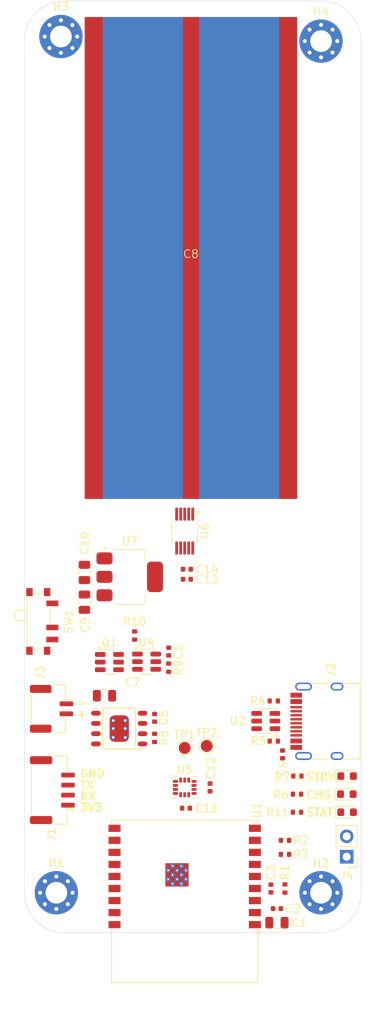
<source format=kicad_pcb>
(kicad_pcb (version 20240108) (generator "pcbnew") (generator_version "8.0")
  (layers (0 "F.Cu" signal) (31 "B.Cu" signal) (34 "B.Paste" user) (35 "F.Paste" user) (36 "B.SilkS" user "B.Silkscreen") (37 "F.SilkS" user "F.Silkscreen") (38 "B.Mask" user) (39 "F.Mask" user) (44 "Edge.Cuts" user))
  (net 0 "")
  (net 1 "GND")
  (net 2 "+3V3")
  (net 3 "Net-(U1-EN)")
  (net 4 "VBUS")
  (net 5 "Net-(U4-VCC)")
  (net 6 "VCC")
  (net 7 "Net-(C8-SHLD)")
  (net 8 "Net-(C8-C)")
  (net 9 "Net-(SW1-A)")
  (net 10 "Net-(D1-K)")
  (net 11 "Net-(D2-K)")
  (net 12 "Net-(D3-K)")
  (net 13 "Net-(J1-Pin_3)")
  (net 14 "Net-(J1-Pin_2)")
  (net 16 "Net-(J2-D--PadA7)")
  (net 17 "Net-(J2-D+-PadA6)")
  (net 19 "Net-(J2-CC1)")
  (net 20 "Net-(J2-CC2)")
  (net 21 "-BATT")
  (net 22 "Net-(Q1-G2)")
  (net 25 "Net-(Q1-G1)")
  (net 26 "SCL")
  (net 27 "SDA")
  (net 28 "Net-(U3-CHRG#)")
  (net 29 "Net-(U3-STDBY#)")
  (net 30 "Net-(U3-PROG)")
  (net 31 "Net-(U4-CS)")
  (net 32 "Net-(U1-IO8)")
  (net 36 "USB_DP")
  (net 37 "BOOTSEL")
  (net 38 "INT1")
  (net 40 "USB_DN")
  (net 41 "INT2")
  (footprint "Capacitor_SMD:C_0805_2012Metric" (layer "F.Cu") (at 109.5 110.85 -90)
    (property "Reference" "C9" (at 2.85 -0.05 90) (layer "F.SilkS"))
    (property "Value" "10u")
    (fp_line (start -0.261252 0.735) (end 0.261252 0.735) (stroke (width 0.12)) (layer "F.SilkS"))
    (fp_line (start -0.261252 -0.735) (end 0.261252 -0.735) (stroke (width 0.12)) (layer "F.SilkS"))
    (pad "1" smd roundrect (at -0.95 0 270) (size 1 1.45) (layers "F.Cu" "F.Paste" "F.Mask") (net 9 "Net-(SW1-A)"))
    (pad "2" smd roundrect (at 0.95 0 270) (size 1 1.45) (layers "F.Cu" "F.Paste" "F.Mask") (net 1 "GND"))
  )
  (footprint "MountingHole:MountingHole_2.7mm_M2.5_Pad_Via" (layer "F.Cu") (at 139 41)
    (property "Reference" "H4" (at 0 -3.7 0) (layer "F.SilkS"))
    (property "Value" "MountingHole")
    (pad "1" thru_hole circle (at -2.025 0) (size 0.8 0.8) (drill 0.5) (layers "*.Cu" "*.Mask"))
    (pad "1" thru_hole circle (at -1.431891 -1.431891) (size 0.8 0.8) (drill 0.5) (layers "*.Cu" "*.Mask"))
    (pad "1" thru_hole circle (at -1.431891 1.431891) (size 0.8 0.8) (drill 0.5) (layers "*.Cu" "*.Mask"))
    (pad "1" thru_hole circle (at 0 -2.025) (size 0.8 0.8) (drill 0.5) (layers "*.Cu" "*.Mask"))
    (pad "1" thru_hole circle (at 0 0) (size 5.4 5.4) (drill 2.7) (layers "*.Cu" "*.Mask"))
    (pad "1" thru_hole circle (at 0 2.025) (size 0.8 0.8) (drill 0.5) (layers "*.Cu" "*.Mask"))
    (pad "1" thru_hole circle (at 1.431891 -1.431891) (size 0.8 0.8) (drill 0.5) (layers "*.Cu" "*.Mask"))
    (pad "1" thru_hole circle (at 1.431891 1.431891) (size 0.8 0.8) (drill 0.5) (layers "*.Cu" "*.Mask"))
    (pad "1" thru_hole circle (at 2.025 0) (size 0.8 0.8) (drill 0.5) (layers "*.Cu" "*.Mask"))
  )
  (footprint "Capacitor_SMD:C_0402_1005Metric" (layer "F.Cu") (at 133.5 149)
    (property "Reference" "C2" (at 2 0 0) (layer "F.SilkS"))
    (property "Value" "0.1u")
    (fp_line (start -0.107836 -0.36) (end 0.107836 -0.36) (stroke (width 0.12)) (layer "F.SilkS"))
    (fp_line (start -0.107836 0.36) (end 0.107836 0.36) (stroke (width 0.12)) (layer "F.SilkS"))
    (pad "1" smd roundrect (at -0.48 0) (size 0.56 0.62) (layers "F.Cu" "F.Paste" "F.Mask") (net 2 "+3V3"))
    (pad "2" smd roundrect (at 0.48 0) (size 0.56 0.62) (layers "F.Cu" "F.Paste" "F.Mask") (net 1 "GND"))
  )
  (footprint "Resistor_SMD:R_0402_1005Metric" (layer "F.Cu") (at 134.5 146.5 90)
    (property "Reference" "R1" (at 2 0 90) (layer "F.SilkS"))
    (property "Value" "10k")
    (fp_line (start -0.153641 -0.38) (end 0.153641 -0.38) (stroke (width 0.12)) (layer "F.SilkS"))
    (fp_line (start -0.153641 0.38) (end 0.153641 0.38) (stroke (width 0.12)) (layer "F.SilkS"))
    (pad "1" smd roundrect (at -0.51 0 90) (size 0.54 0.64) (layers "F.Cu" "F.Paste" "F.Mask") (net 2 "+3V3"))
    (pad "2" smd roundrect (at 0.51 0 90) (size 0.54 0.64) (layers "F.Cu" "F.Paste" "F.Mask") (net 3 "Net-(U1-EN)"))
  )
  (footprint "Resistor_SMD:R_0402_1005Metric" (layer "F.Cu") (at 115.75 115.01 90)
    (property "Reference" "R10" (at 1.76 0 180) (layer "F.SilkS"))
    (property "Value" "1k")
    (fp_line (start -0.153641 -0.38) (end 0.153641 -0.38) (stroke (width 0.12)) (layer "F.SilkS"))
    (fp_line (start -0.153641 0.38) (end 0.153641 0.38) (stroke (width 0.12)) (layer "F.SilkS"))
    (pad "1" smd roundrect (at -0.51 0 90) (size 0.54 0.64) (layers "F.Cu" "F.Paste" "F.Mask") (net 31 "Net-(U4-CS)"))
    (pad "2" smd roundrect (at 0.51 0 90) (size 0.54 0.64) (layers "F.Cu" "F.Paste" "F.Mask") (net 1 "GND"))
  )
  (footprint "Package_TO_SOT_SMD:SOT-23-6" (layer "F.Cu") (at 132.11 125.65 180)
    (property "Reference" "U2" (at 3.5 0 0) (layer "F.SilkS"))
    (property "Value" "USBLC6-2SC6")
    (fp_line (start 0 1.56) (end 0.8 1.56) (stroke (width 0.12)) (layer "F.SilkS"))
    (fp_line (start 0 1.56) (end -0.8 1.56) (stroke (width 0.12)) (layer "F.SilkS"))
    (fp_line (start 0 -1.56) (end 0.8 -1.56) (stroke (width 0.12)) (layer "F.SilkS"))
    (fp_line (start 0 -1.56) (end -0.8 -1.56) (stroke (width 0.12)) (layer "F.SilkS"))
    (fp_poly (pts (xy -1.3 -1.51) (xy -1.54 -1.84) (xy -1.06 -1.84) (xy -1.3 -1.51)) (stroke (width 0.12)) (fill solid) (layer "F.SilkS"))
    (pad "1" smd roundrect (at -1.1375 -0.95 180) (size 1.325 0.6) (layers "F.Cu" "F.Paste" "F.Mask") (net 16 "Net-(J2-D--PadA7)"))
    (pad "2" smd roundrect (at -1.1375 0 180) (size 1.325 0.6) (layers "F.Cu" "F.Paste" "F.Mask") (net 1 "GND"))
    (pad "3" smd roundrect (at -1.1375 0.95 180) (size 1.325 0.6) (layers "F.Cu" "F.Paste" "F.Mask") (net 17 "Net-(J2-D+-PadA6)"))
    (pad "4" smd roundrect (at 1.1375 0.95 180) (size 1.325 0.6) (layers "F.Cu" "F.Paste" "F.Mask") (net 36 "USB_DP"))
    (pad "5" smd roundrect (at 1.1375 0 180) (size 1.325 0.6) (layers "F.Cu" "F.Paste" "F.Mask") (net 4 "VBUS"))
    (pad "6" smd roundrect (at 1.1375 -0.95 180) (size 1.325 0.6) (layers "F.Cu" "F.Paste" "F.Mask") (net 40 "USB_DN"))
  )
  (footprint "Resistor_SMD:R_0402_1005Metric" (layer "F.Cu") (at 136 134.75 180)
    (property "Reference" "R6" (at 2 -0.05 180) (layer "F.SilkS"))
    (property "Value" "1k")
    (fp_line (start -0.153641 0.38) (end 0.153641 0.38) (stroke (width 0.12)) (layer "F.SilkS"))
    (fp_line (start -0.153641 -0.38) (end 0.153641 -0.38) (stroke (width 0.12)) (layer "F.SilkS"))
    (pad "1" smd roundrect (at -0.51 0 180) (size 0.54 0.64) (layers "F.Cu" "F.Paste" "F.Mask") (net 11 "Net-(D2-K)"))
    (pad "2" smd roundrect (at 0.51 0 180) (size 0.54 0.64) (layers "F.Cu" "F.Paste" "F.Mask") (net 28 "Net-(U3-CHRG#)"))
  )
  (footprint "Capacitor_SMD:C_0805_2012Metric" (layer "F.Cu") (at 109.5 107.15 90)
    (property "Reference" "C10" (at 3.65 0 90) (layer "F.SilkS"))
    (property "Value" "22u")
    (fp_line (start -0.261252 -0.735) (end 0.261252 -0.735) (stroke (width 0.12)) (layer "F.SilkS"))
    (fp_line (start -0.261252 0.735) (end 0.261252 0.735) (stroke (width 0.12)) (layer "F.SilkS"))
    (pad "1" smd roundrect (at -0.95 0 90) (size 1 1.45) (layers "F.Cu" "F.Paste" "F.Mask") (net 2 "+3V3"))
    (pad "2" smd roundrect (at 0.95 0 90) (size 1 1.45) (layers "F.Cu" "F.Paste" "F.Mask") (net 1 "GND"))
  )
  (footprint "Package_SO:MSOP-10_3x3mm_P0.5mm" (layer "F.Cu") (at 122 102 -90)
    (property "Reference" "U6" (at 0 -2.45 90) (layer "F.SilkS"))
    (property "Value" "FDC1004")
    (fp_line (start 0 1.61) (end -1.5 1.61) (stroke (width 0.12)) (layer "F.SilkS"))
    (fp_line (start 0 1.61) (end 1.5 1.61) (stroke (width 0.12)) (layer "F.SilkS"))
    (fp_line (start 0 -1.61) (end -1.5 -1.61) (stroke (width 0.12)) (layer "F.SilkS"))
    (fp_line (start 0 -1.61) (end 1.5 -1.61) (stroke (width 0.12)) (layer "F.SilkS"))
    (fp_poly (pts (xy -2.2125 -1.435) (xy -2.4525 -1.765) (xy -1.9725 -1.765) (xy -2.2125 -1.435)) (stroke (width 0.12)) (fill solid) (layer "F.SilkS"))
    (pad "1" smd roundrect (at -2.1125 -1 270) (size 1.625 0.35) (layers "F.Cu" "F.Paste" "F.Mask") (net 7 "Net-(C8-SHLD)"))
    (pad "2" smd roundrect (at -2.1125 -0.5 270) (size 1.625 0.35) (layers "F.Cu" "F.Paste" "F.Mask") (net 8 "Net-(C8-C)"))
    (pad "3" smd roundrect (at -2.1125 0 270) (size 1.625 0.35) (layers "F.Cu" "F.Paste" "F.Mask"))
    (pad "4" smd roundrect (at -2.1125 0.5 270) (size 1.625 0.35) (layers "F.Cu" "F.Paste" "F.Mask"))
    (pad "5" smd roundrect (at -2.1125 1 270) (size 1.625 0.35) (layers "F.Cu" "F.Paste" "F.Mask"))
    (pad "6" smd roundrect (at 2.1125 1 270) (size 1.625 0.35) (layers "F.Cu" "F.Paste" "F.Mask"))
    (pad "7" smd roundrect (at 2.1125 0.5 270) (size 1.625 0.35) (layers "F.Cu" "F.Paste" "F.Mask") (net 1 "GND"))
    (pad "8" smd roundrect (at 2.1125 0 270) (size 1.625 0.35) (layers "F.Cu" "F.Paste" "F.Mask") (net 2 "+3V3"))
    (pad "9" smd roundrect (at 2.1125 -0.5 270) (size 1.625 0.35) (layers "F.Cu" "F.Paste" "F.Mask") (net 27 "SDA"))
    (pad "10" smd roundrect (at 2.1125 -1 270) (size 1.625 0.35) (layers "F.Cu" "F.Paste" "F.Mask") (net 26 "SCL"))
  )
  (footprint "JLCPCB:ESOP-8_L4.9-W3.9-P1.27-LS6.0-BL-EP" (layer "F.Cu") (at 113.84 126.585 90)
    (property "Reference" "U3" (hide yes))
    (property "Value" "TP4056")
    (fp_line (start 2.55 -2.05) (end 2.55 2.05) (stroke (width 0.15)) (layer "F.SilkS"))
    (fp_line (start -2.55 -2.05) (end 2.55 -2.05) (stroke (width 0.15)) (layer "F.SilkS"))
    (fp_line (start -2.55 -2.05) (end -2.55 2.05) (stroke (width 0.15)) (layer "F.SilkS"))
    (fp_line (start 2.55 2.05) (end -2.55 2.05) (stroke (width 0.15)) (layer "F.SilkS"))
    (fp_circle (center -2.5 2.47) (end -2.47 2.47) (stroke (width 0.15)) (fill none) (layer "F.SilkS"))
    (pad "1" smd oval (at -1.91 2.91 90) (size 0.6 1.2) (layers "F.Cu" "F.Paste" "F.Mask") (net 1 "GND"))
    (pad "2" smd oval (at -0.64 2.91 90) (size 0.6 1.2) (layers "F.Cu" "F.Paste" "F.Mask") (net 30 "Net-(U3-PROG)"))
    (pad "3" smd oval (at 0.64 2.91 90) (size 0.6 1.2) (layers "F.Cu" "F.Paste" "F.Mask") (net 1 "GND"))
    (pad "4" smd oval (at 1.91 2.91 90) (size 0.6 1.2) (layers "F.Cu" "F.Paste" "F.Mask") (net 4 "VBUS"))
    (pad "5" smd oval (at 1.91 -2.91 90) (size 0.6 1.2) (layers "F.Cu" "F.Paste" "F.Mask") (net 6 "VCC"))
    (pad "6" smd oval (at 0.64 -2.91 90) (size 0.6 1.2) (layers "F.Cu" "F.Paste" "F.Mask") (net 29 "Net-(U3-STDBY#)"))
    (pad "7" smd oval (at -0.64 -2.91 90) (size 0.6 1.2) (layers "F.Cu" "F.Paste" "F.Mask") (net 28 "Net-(U3-CHRG#)"))
    (pad "8" smd oval (at -1.91 -2.91 90) (size 0.6 1.2) (layers "F.Cu" "F.Paste" "F.Mask") (net 4 "VBUS"))
    (pad "9" thru_hole circle (at -1.1 -0.75 90) (size 0.5 0.5) (drill 0.3) (layers "*.Cu"))
    (pad "9" thru_hole circle (at -1.1 0.75 90) (size 0.5 0.5) (drill 0.3) (layers "*.Cu"))
    (pad "9" thru_hole circle (at 0 -0.75 90) (size 0.5 0.5) (drill 0.3) (layers "*.Cu"))
    (pad "9" smd roundrect (at 0 0 270) (size 3.3 2.4) (layers "F.Cu" "F.Paste" "F.Mask"))
    (pad "9" thru_hole circle (at 0 0.75 90) (size 0.5 0.5) (drill 0.3) (layers "*.Cu"))
    (pad "9" thru_hole circle (at 1 -0.75 90) (size 0.5 0.5) (drill 0.3) (layers "*.Cu"))
    (pad "9" thru_hole circle (at 1 0.75 90) (size 0.5 0.5) (drill 0.3) (layers "*.Cu"))
  )
  (footprint "MountingHole:MountingHole_2.7mm_M2.5_Pad_Via" (layer "F.Cu") (at 106.568109 40.431891)
    (property "Reference" "H3" (at 0 -3.7 0) (layer "F.SilkS"))
    (property "Value" "MountingHole")
    (pad "1" thru_hole circle (at -2.025 0) (size 0.8 0.8) (drill 0.5) (layers "*.Cu" "*.Mask"))
    (pad "1" thru_hole circle (at -1.431891 -1.431891) (size 0.8 0.8) (drill 0.5) (layers "*.Cu" "*.Mask"))
    (pad "1" thru_hole circle (at -1.431891 1.431891) (size 0.8 0.8) (drill 0.5) (layers "*.Cu" "*.Mask"))
    (pad "1" thru_hole circle (at 0 -2.025) (size 0.8 0.8) (drill 0.5) (layers "*.Cu" "*.Mask"))
    (pad "1" thru_hole circle (at 0 0) (size 5.4 5.4) (drill 2.7) (layers "*.Cu" "*.Mask"))
    (pad "1" thru_hole circle (at 0 2.025) (size 0.8 0.8) (drill 0.5) (layers "*.Cu" "*.Mask"))
    (pad "1" thru_hole circle (at 1.431891 -1.431891) (size 0.8 0.8) (drill 0.5) (layers "*.Cu" "*.Mask"))
    (pad "1" thru_hole circle (at 1.431891 1.431891) (size 0.8 0.8) (drill 0.5) (layers "*.Cu" "*.Mask"))
    (pad "1" thru_hole circle (at 2.025 0) (size 0.8 0.8) (drill 0.5) (layers "*.Cu" "*.Mask"))
  )
  (footprint "Resistor_SMD:R_0402_1005Metric" (layer "F.Cu") (at 136 137 180)
    (property "Reference" "R11" (at 2.4 0 180) (layer "F.SilkS"))
    (property "Value" "1k")
    (fp_line (start -0.153641 0.38) (end 0.153641 0.38) (stroke (width 0.12)) (layer "F.SilkS"))
    (fp_line (start -0.153641 -0.38) (end 0.153641 -0.38) (stroke (width 0.12)) (layer "F.SilkS"))
    (pad "1" smd roundrect (at -0.51 0 180) (size 0.54 0.64) (layers "F.Cu" "F.Paste" "F.Mask") (net 12 "Net-(D3-K)"))
    (pad "2" smd roundrect (at 0.51 0 180) (size 0.54 0.64) (layers "F.Cu" "F.Paste" "F.Mask") (net 32 "Net-(U1-IO8)"))
  )
  (footprint "custom_parts:level_sensor_footprint" (layer "F.Cu") (at 122.775 68)
    (property "Reference" "C8" (at 0 -0.5 0) (layer "F.SilkS") (effects (font (thickness 0.1))))
    (property "Value" "capacitive level sensor")
    (pad "1" smd rect (at 0 0) (size 26.5 60) (layers "F.Cu" "Eco1.User") (net 7 "Net-(C8-SHLD)"))
    (pad "2" smd rect (at 6 0) (size 10 60) (layers "B.Cu" "Eco1.User") (net 8 "Net-(C8-C)"))
    (pad "3" smd rect (at -6 0) (size 10 60) (layers "B.Cu" "Eco1.User") (net 1 "GND"))
  )
  (footprint "TestPoint:TestPoint_Pad_D1.5mm" (layer "F.Cu") (at 124.75 128.75)
    (property "Reference" "TP2" (at 0 -1.648 0) (layer "F.SilkS"))
    (property "Value" "TestPoint")
    (fp_circle (center 0 0) (end 0 0.95) (stroke (width 0.12)) (fill none) (layer "F.SilkS"))
    (pad "1" smd circle (at 0 0) (size 1.5 1.5) (layers "F.Cu" "F.Mask") (net 26 "SCL"))
  )
  (footprint "Resistor_SMD:R_0402_1005Metric" (layer "F.Cu") (at 133.11 128.15 180)
    (property "Reference" "R5" (at 1.925 0 180) (layer "F.SilkS"))
    (property "Value" "5k1")
    (fp_line (start -0.153641 0.38) (end 0.153641 0.38) (stroke (width 0.12)) (layer "F.SilkS"))
    (fp_line (start -0.153641 -0.38) (end 0.153641 -0.38) (stroke (width 0.12)) (layer "F.SilkS"))
    (pad "1" smd roundrect (at -0.51 0 180) (size 0.54 0.64) (layers "F.Cu" "F.Paste" "F.Mask") (net 19 "Net-(J2-CC1)"))
    (pad "2" smd roundrect (at 0.51 0 180) (size 0.54 0.64) (layers "F.Cu" "F.Paste" "F.Mask") (net 1 "GND"))
  )
  (footprint "RF_Module:ESP32-C3-WROOM-02" (layer "F.Cu") (at 122 145 180)
    (property "Reference" "U1" (at -9 8.25 90) (layer "F.SilkS"))
    (property "Value" "ESP32-C3-WROOM-02")
    (fp_line (start 9.11 6.71) (end 9.11 7.01) (stroke (width 0.12)) (layer "F.SilkS"))
    (fp_line (start 9.11 -13.21) (end 9.11 -6.71) (stroke (width 0.12)) (layer "F.SilkS"))
    (fp_line (start -9.11 7.01) (end 9.11 7.01) (stroke (width 0.12)) (layer "F.SilkS"))
    (fp_line (start -9.11 6.71) (end -9.11 7.01) (stroke (width 0.12)) (layer "F.SilkS"))
    (fp_line (start -9.11 -13.21) (end 9.11 -13.21) (stroke (width 0.12)) (layer "F.SilkS"))
    (fp_line (start -9.11 -13.21) (end -9.11 -7.4) (stroke (width 0.12)) (layer "F.SilkS"))
    (fp_poly (pts (xy -9.1 -6.7) (xy -9.6 -6.7) (xy -9.1 -7.2) (xy -9.1 -6.7)) (stroke (width 0.12)) (fill solid) (layer "F.SilkS"))
    (pad "1" smd rect (at -8.75 -6 180) (size 1.5 0.9) (layers "F.Cu" "F.Paste" "F.Mask") (net 2 "+3V3"))
    (pad "2" smd rect (at -8.75 -4.5 180) (size 1.5 0.9) (layers "F.Cu" "F.Paste" "F.Mask") (net 3 "Net-(U1-EN)"))
    (pad "3" smd rect (at -8.75 -3 180) (size 1.5 0.9) (layers "F.Cu" "F.Paste" "F.Mask"))
    (pad "4" smd rect (at -8.75 -1.5 180) (size 1.5 0.9) (layers "F.Cu" "F.Paste" "F.Mask"))
    (pad "5" smd rect (at -8.75 0 180) (size 1.5 0.9) (layers "F.Cu" "F.Paste" "F.Mask") (net 27 "SDA"))
    (pad "6" smd rect (at -8.75 1.5 180) (size 1.5 0.9) (layers "F.Cu" "F.Paste" "F.Mask") (net 26 "SCL"))
    (pad "7" smd rect (at -8.75 3 180) (size 1.5 0.9) (layers "F.Cu" "F.Paste" "F.Mask") (net 32 "Net-(U1-IO8)"))
    (pad "8" smd rect (at -8.75 4.5 180) (size 1.5 0.9) (layers "F.Cu" "F.Paste" "F.Mask") (net 37 "BOOTSEL"))
    (pad "9" smd rect (at -8.75 6 180) (size 1.5 0.9) (layers "F.Cu" "F.Paste" "F.Mask") (net 1 "GND"))
    (pad "10" smd rect (at 8.75 6 180) (size 1.5 0.9) (layers "F.Cu" "F.Paste" "F.Mask") (net 38 "INT1"))
    (pad "11" smd rect (at 8.75 4.5 180) (size 1.5 0.9) (layers "F.Cu" "F.Paste" "F.Mask") (net 14 "Net-(J1-Pin_2)"))
    (pad "12" smd rect (at 8.75 3 180) (size 1.5 0.9) (layers "F.Cu" "F.Paste" "F.Mask") (net 13 "Net-(J1-Pin_3)"))
    (pad "13" smd rect (at 8.75 1.5 180) (size 1.5 0.9) (layers "F.Cu" "F.Paste" "F.Mask") (net 40 "USB_DN"))
    (pad "14" smd rect (at 8.75 0 180) (size 1.5 0.9) (layers "F.Cu" "F.Paste" "F.Mask") (net 36 "USB_DP"))
    (pad "15" smd rect (at 8.75 -1.5 180) (size 1.5 0.9) (layers "F.Cu" "F.Paste" "F.Mask"))
    (pad "16" smd rect (at 8.75 -3 180) (size 1.5 0.9) (layers "F.Cu" "F.Paste" "F.Mask") (net 41 "INT2"))
    (pad "17" smd rect (at 8.75 -4.5 180) (size 1.5 0.9) (layers "F.Cu" "F.Paste" "F.Mask"))
    (pad "18" smd rect (at 8.75 -6 180) (size 1.5 0.9) (layers "F.Cu" "F.Paste" "F.Mask"))
    (pad "19" thru_hole circle (at -0.14 -0.35 180) (size 0.6 0.6) (drill 0.2) (property pad_prop_heatsink) (layers "*.Cu" "F.Mask") (net 1 "GND"))
    (pad "19" thru_hole circle (at -0.14 0.75 180) (size 0.6 0.6) (drill 0.2) (property pad_prop_heatsink) (layers "*.Cu" "F.Mask") (net 1 "GND"))
    (pad "19" thru_hole circle (at 0.41 -0.9 180) (size 0.6 0.6) (drill 0.2) (property pad_prop_heatsink) (layers "*.Cu" "F.Mask") (net 1 "GND"))
    (pad "19" thru_hole circle (at 0.41 0.2 180) (size 0.6 0.6) (drill 0.2) (property pad_prop_heatsink) (layers "*.Cu" "F.Mask") (net 1 "GND"))
    (pad "19" thru_hole circle (at 0.41 1.3 180) (size 0.6 0.6) (drill 0.2) (property pad_prop_heatsink) (layers "*.Cu" "F.Mask") (net 1 "GND"))
    (pad "19" thru_hole circle (at 0.96 -0.35 180) (size 0.6 0.6) (drill 0.2) (property pad_prop_heatsink) (layers "*.Cu" "F.Mask") (net 1 "GND"))
    (pad "19" smd rect (at 0.96 0.2 180) (size 2.9 2.9) (layers "F.Cu" "F.Mask") (net 1 "GND"))
    (pad "19" thru_hole circle (at 0.96 0.75 180) (size 0.6 0.6) (drill 0.2) (property pad_prop_heatsink) (layers "*.Cu" "F.Mask") (net 1 "GND"))
    (pad "19" thru_hole circle (at 1.51 -0.9 180) (size 0.6 0.6) (drill 0.2) (property pad_prop_heatsink) (layers "*.Cu" "F.Mask") (net 1 "GND"))
    (pad "19" thru_hole circle (at 1.51 0.2 180) (size 0.6 0.6) (drill 0.2) (property pad_prop_heatsink) (layers "*.Cu" "F.Mask") (net 1 "GND"))
    (pad "19" thru_hole circle (at 1.51 1.3 180) (size 0.6 0.6) (drill 0.2) (property pad_prop_heatsink) (layers "*.Cu" "F.Mask") (net 1 "GND"))
    (pad "19" thru_hole circle (at 2.06 -0.35 180) (size 0.6 0.6) (drill 0.2) (property pad_prop_heatsink) (layers "*.Cu" "F.Mask") (net 1 "GND"))
    (pad "19" thru_hole circle (at 2.06 0.75 180) (size 0.6 0.6) (drill 0.2) (property pad_prop_heatsink) (layers "*.Cu" "F.Mask") (net 1 "GND"))
  )
  (footprint "Capacitor_SMD:C_0402_1005Metric" (layer "F.Cu") (at 118.25 125.25 -90)
    (property "Reference" "C5" (at 0 -1.16 90) (layer "F.SilkS"))
    (property "Value" "0.1u")
    (fp_line (start -0.107836 0.36) (end 0.107836 0.36) (stroke (width 0.12)) (layer "F.SilkS"))
    (fp_line (start -0.107836 -0.36) (end 0.107836 -0.36) (stroke (width 0.12)) (layer "F.SilkS"))
    (pad "1" smd roundrect (at -0.48 0 270) (size 0.56 0.62) (layers "F.Cu" "F.Paste" "F.Mask") (net 4 "VBUS"))
    (pad "2" smd roundrect (at 0.48 0 270) (size 0.56 0.62) (layers "F.Cu" "F.Paste" "F.Mask") (net 1 "GND"))
  )
  (footprint "Capacitor_SMD:C_0402_1005Metric" (layer "F.Cu") (at 120 117 90)
    (property "Reference" "C6" (at 0 1.25 90) (layer "F.SilkS"))
    (property "Value" "0.1u")
    (fp_line (start -0.107836 -0.36) (end 0.107836 -0.36) (stroke (width 0.12)) (layer "F.SilkS"))
    (fp_line (start -0.107836 0.36) (end 0.107836 0.36) (stroke (width 0.12)) (layer "F.SilkS"))
    (pad "1" smd roundrect (at -0.48 0 90) (size 0.56 0.62) (layers "F.Cu" "F.Paste" "F.Mask") (net 5 "Net-(U4-VCC)"))
    (pad "2" smd roundrect (at 0.48 0 90) (size 0.56 0.62) (layers "F.Cu" "F.Paste" "F.Mask") (net 21 "-BATT"))
  )
  (footprint "Connector_JST:JST_GH_SM02B-GHS-TB_1x02-1MP_P1.25mm_Horizontal" (layer "F.Cu") (at 105.4 124.125 -90)
    (property "Reference" "J3" (at -4.525 1.4 90) (layer "F.SilkS"))
    (property "Value" "Conn_01x02")
    (fp_line (start -1.715 2.56) (end 1.715 2.56) (stroke (width 0.12)) (layer "F.SilkS"))
    (fp_line (start -2.985 -0.26) (end -2.985 -1.71) (stroke (width 0.12)) (layer "F.SilkS"))
    (fp_line (start 2.985 -0.26) (end 2.985 -1.71) (stroke (width 0.12)) (layer "F.SilkS"))
    (fp_line (start -2.985 -1.71) (end -1.185 -1.71) (stroke (width 0.12)) (layer "F.SilkS"))
    (fp_line (start -1.185 -1.71) (end -1.185 -2.7) (stroke (width 0.12)) (layer "F.SilkS"))
    (fp_line (start 2.985 -1.71) (end 1.185 -1.71) (stroke (width 0.12)) (layer "F.SilkS"))
    (pad "1" smd roundrect (at -0.625 -1.85 270) (size 0.6 1.7) (layers "F.Cu" "F.Paste" "F.Mask") (net 21 "-BATT"))
    (pad "2" smd roundrect (at 0.625 -1.85 270) (size 0.6 1.7) (layers "F.Cu" "F.Paste" "F.Mask") (net 6 "VCC"))
    (pad "MP" smd roundrect (at -2.475 1.35 270) (size 1 2.7) (layers "F.Cu" "F.Paste" "F.Mask"))
    (pad "MP" smd roundrect (at 2.475 1.35 270) (size 1 2.7) (layers "F.Cu" "F.Paste" "F.Mask"))
  )
  (footprint "Capacitor_SMD:C_0402_1005Metric" (layer "F.Cu") (at 134.2 129.8 -90)
    (property "Reference" "C4" (at 1.78 0 -90) (layer "F.SilkS"))
    (property "Value" "0.1u")
    (fp_line (start -0.107836 0.36) (end 0.107836 0.36) (stroke (width 0.12)) (layer "F.SilkS"))
    (fp_line (start -0.107836 -0.36) (end 0.107836 -0.36) (stroke (width 0.12)) (layer "F.SilkS"))
    (pad "1" smd roundrect (at -0.48 0 270) (size 0.56 0.62) (layers "F.Cu" "F.Paste" "F.Mask") (net 4 "VBUS"))
    (pad "2" smd roundrect (at 0.48 0 270) (size 0.56 0.62) (layers "F.Cu" "F.Paste" "F.Mask") (net 1 "GND"))
  )
  (footprint "Capacitor_SMD:C_0402_1005Metric" (layer "F.Cu") (at 122.1625 136.5)
    (property "Reference" "C11" (at 2.5875 0 0) (layer "F.SilkS"))
    (property "Value" "0.1u")
    (fp_line (start -0.107836 -0.36) (end 0.107836 -0.36) (stroke (width 0.12)) (layer "F.SilkS"))
    (fp_line (start -0.107836 0.36) (end 0.107836 0.36) (stroke (width 0.12)) (layer "F.SilkS"))
    (pad "1" smd roundrect (at -0.48 0) (size 0.56 0.62) (layers "F.Cu" "F.Paste" "F.Mask") (net 2 "+3V3"))
    (pad "2" smd roundrect (at 0.48 0) (size 0.56 0.62) (layers "F.Cu" "F.Paste" "F.Mask") (net 1 "GND"))
  )
  (footprint "TestPoint:TestPoint_Pad_D1.5mm" (layer "F.Cu") (at 122 129)
    (property "Reference" "TP1" (at 0 -1.648 0) (layer "F.SilkS"))
    (property "Value" "TestPoint")
    (fp_circle (center 0 0) (end 0 0.95) (stroke (width 0.12)) (fill none) (layer "F.SilkS"))
    (pad "1" smd circle (at 0 0) (size 1.5 1.5) (layers "F.Cu" "F.Mask") (net 27 "SDA"))
  )
  (footprint "Capacitor_SMD:C_0805_2012Metric" (layer "F.Cu") (at 133.5 150.75)
    (property "Reference" "C1" (at 2.75 0 0) (layer "F.SilkS"))
    (property "Value" "10u")
    (fp_line (start -0.261252 -0.735) (end 0.261252 -0.735) (stroke (width 0.12)) (layer "F.SilkS"))
    (fp_line (start -0.261252 0.735) (end 0.261252 0.735) (stroke (width 0.12)) (layer "F.SilkS"))
    (pad "1" smd roundrect (at -0.95 0) (size 1 1.45) (layers "F.Cu" "F.Paste" "F.Mask") (net 2 "+3V3"))
    (pad "2" smd roundrect (at 0.95 0) (size 1 1.45) (layers "F.Cu" "F.Paste" "F.Mask") (net 1 "GND"))
  )
  (footprint "Resistor_SMD:R_0402_1005Metric" (layer "F.Cu") (at 120 119 90)
    (property "Reference" "R9" (at 0 1.25 90) (layer "F.SilkS"))
    (property "Value" "100")
    (fp_line (start -0.153641 -0.38) (end 0.153641 -0.38) (stroke (width 0.12)) (layer "F.SilkS"))
    (fp_line (start -0.153641 0.38) (end 0.153641 0.38) (stroke (width 0.12)) (layer "F.SilkS"))
    (pad "1" smd roundrect (at -0.51 0 90) (size 0.54 0.64) (layers "F.Cu" "F.Paste" "F.Mask") (net 6 "VCC"))
    (pad "2" smd roundrect (at 0.51 0 90) (size 0.54 0.64) (layers "F.Cu" "F.Paste" "F.Mask") (net 5 "Net-(U4-VCC)"))
  )
  (footprint "LED_SMD:LED_0603_1608Metric" (layer "F.Cu") (at 142.25 132.5)
    (property "Reference" "D1" (hide yes))
    (property "Value" "LED")
    (fp_line (start -1.485 -0.735) (end -1.485 0.735) (stroke (width 0.12)) (layer "F.SilkS"))
    (fp_line (start -1.485 0.735) (end 0.8 0.735) (stroke (width 0.12)) (layer "F.SilkS"))
    (fp_line (start 0.8 -0.735) (end -1.485 -0.735) (stroke (width 0.12)) (layer "F.SilkS"))
    (pad "1" smd roundrect (at -0.7875 0) (size 0.875 0.95) (layers "F.Cu" "F.Paste" "F.Mask") (net 10 "Net-(D1-K)"))
    (pad "2" smd roundrect (at 0.7875 0) (size 0.875 0.95) (layers "F.Cu" "F.Paste" "F.Mask") (net 4 "VBUS"))
  )
  (footprint "MountingHole:MountingHole_2.7mm_M2.5_Pad_Via" (layer "F.Cu") (at 106 147.025)
    (property "Reference" "H1" (at 0 -3.7 0) (layer "F.SilkS"))
    (property "Value" "MountingHole")
    (pad "1" thru_hole circle (at -2.025 0) (size 0.8 0.8) (drill 0.5) (layers "*.Cu" "*.Mask"))
    (pad "1" thru_hole circle (at -1.431891 -1.431891) (size 0.8 0.8) (drill 0.5) (layers "*.Cu" "*.Mask"))
    (pad "1" thru_hole circle (at -1.431891 1.431891) (size 0.8 0.8) (drill 0.5) (layers "*.Cu" "*.Mask"))
    (pad "1" thru_hole circle (at 0 -2.025) (size 0.8 0.8) (drill 0.5) (layers "*.Cu" "*.Mask"))
    (pad "1" thru_hole circle (at 0 0) (size 5.4 5.4) (drill 2.7) (layers "*.Cu" "*.Mask"))
    (pad "1" thru_hole circle (at 0 2.025) (size 0.8 0.8) (drill 0.5) (layers "*.Cu" "*.Mask"))
    (pad "1" thru_hole circle (at 1.431891 -1.431891) (size 0.8 0.8) (drill 0.5) (layers "*.Cu" "*.Mask"))
    (pad "1" thru_hole circle (at 1.431891 1.431891) (size 0.8 0.8) (drill 0.5) (layers "*.Cu" "*.Mask"))
    (pad "1" thru_hole circle (at 2.025 0) (size 0.8 0.8) (drill 0.5) (layers "*.Cu" "*.Mask"))
  )
  (footprint "Connector_JST:JST_GH_BM04B-GHS-TBT_1x04-1MP_P1.25mm_Vertical" (layer "F.Cu") (at 105.5 134.25 90)
    (property "Reference" "J1" (at -5.55 -0.1 90) (layer "F.SilkS"))
    (property "Value" "Conn_01x04")
    (fp_line (start -2.965 -2.61) (end 2.965 -2.61) (stroke (width 0.12)) (layer "F.SilkS"))
    (fp_line (start 4.235 0.26) (end 4.235 1.86) (stroke (width 0.12)) (layer "F.SilkS"))
    (fp_line (start -4.235 0.26) (end -4.235 1.86) (stroke (width 0.12)) (layer "F.SilkS"))
    (fp_line (start 4.235 1.86) (end 2.435 1.86) (stroke (width 0.12)) (layer "F.SilkS"))
    (fp_line (start -2.435 1.86) (end -2.435 2.8) (stroke (width 0.12)) (layer "F.SilkS"))
    (fp_line (start -4.235 1.86) (end -2.435 1.86) (stroke (width 0.12)) (layer "F.SilkS"))
    (pad "1" smd roundrect (at -1.875 1.95 90) (size 0.6 1.7) (layers "F.Cu" "F.Paste" "F.Mask") (net 2 "+3V3"))
    (pad "2" smd roundrect (at -0.625 1.95 90) (size 0.6 1.7) (layers "F.Cu" "F.Paste" "F.Mask") (net 14 "Net-(J1-Pin_2)"))
    (pad "3" smd roundrect (at 0.625 1.95 90) (size 0.6 1.7) (layers "F.Cu" "F.Paste" "F.Mask") (net 13 "Net-(J1-Pin_3)"))
    (pad "4" smd roundrect (at 1.875 1.95 90) (size 0.6 1.7) (layers "F.Cu" "F.Paste" "F.Mask") (net 1 "GND"))
    (pad "MP" smd roundrect (at -3.725 -1.4 90) (size 1 2.8) (layers "F.Cu" "F.Paste" "F.Mask"))
    (pad "MP" smd roundrect (at 3.725 -1.4 90) (size 1 2.8) (layers "F.Cu" "F.Paste" "F.Mask"))
  )
  (footprint "LED_SMD:LED_0603_1608Metric" (layer "F.Cu") (at 142.25 137)
    (property "Reference" "D3" (hide yes))
    (property "Value" "LED")
    (fp_line (start -1.485 -0.735) (end -1.485 0.735) (stroke (width 0.12)) (layer "F.SilkS"))
    (fp_line (start -1.485 0.735) (end 0.8 0.735) (stroke (width 0.12)) (layer "F.SilkS"))
    (fp_line (start 0.8 -0.735) (end -1.485 -0.735) (stroke (width 0.12)) (layer "F.SilkS"))
    (pad "1" smd roundrect (at -0.7875 0) (size 0.875 0.95) (layers "F.Cu" "F.Paste" "F.Mask") (net 12 "Net-(D3-K)"))
    (pad "2" smd roundrect (at 0.7875 0) (size 0.875 0.95) (layers "F.Cu" "F.Paste" "F.Mask") (net 2 "+3V3"))
  )
  (footprint "Package_TO_SOT_SMD:SOT-23-6" (layer "F.Cu") (at 112.6125 118.31)
    (property "Reference" "Q1" (at 0 -2.4 0) (layer "F.SilkS"))
    (property "Value" "FS8205")
    (fp_line (start 0 -1.56) (end -0.8 -1.56) (stroke (width 0.12)) (layer "F.SilkS"))
    (fp_line (start 0 -1.56) (end 0.8 -1.56) (stroke (width 0.12)) (layer "F.SilkS"))
    (fp_line (start 0 1.56) (end -0.8 1.56) (stroke (width 0.12)) (layer "F.SilkS"))
    (fp_line (start 0 1.56) (end 0.8 1.56) (stroke (width 0.12)) (layer "F.SilkS"))
    (fp_poly (pts (xy -1.3 -1.51) (xy -1.54 -1.84) (xy -1.06 -1.84) (xy -1.3 -1.51)) (stroke (width 0.12)) (fill solid) (layer "F.SilkS"))
    (pad "1" smd roundrect (at -1.1375 -0.95) (size 1.325 0.6) (layers "F.Cu" "F.Paste" "F.Mask") (net 1 "GND"))
    (pad "2" smd roundrect (at -1.1375 0) (size 1.325 0.6) (layers "F.Cu" "F.Paste" "F.Mask"))
    (pad "3" smd roundrect (at -1.1375 0.95) (size 1.325 0.6) (layers "F.Cu" "F.Paste" "F.Mask") (net 21 "-BATT"))
    (pad "4" smd roundrect (at 1.1375 0.95) (size 1.325 0.6) (layers "F.Cu" "F.Paste" "F.Mask") (net 22 "Net-(Q1-G2)"))
    (pad "5" smd roundrect (at 1.1375 0) (size 1.325 0.6) (layers "F.Cu" "F.Paste" "F.Mask"))
    (pad "6" smd roundrect (at 1.1375 -0.95) (size 1.325 0.6) (layers "F.Cu" "F.Paste" "F.Mask") (net 25 "Net-(Q1-G1)"))
  )
  (footprint "MountingHole:MountingHole_2.7mm_M2.5_Pad_Via" (layer "F.Cu") (at 139 147.025)
    (property "Reference" "H2" (at 0 -3.7 0) (layer "F.SilkS"))
    (property "Value" "MountingHole" (hide yes))
    (pad "1" thru_hole circle (at -2.025 0) (size 0.8 0.8) (drill 0.5) (layers "*.Cu" "*.Mask"))
    (pad "1" thru_hole circle (at -1.431891 -1.431891) (size 0.8 0.8) (drill 0.5) (layers "*.Cu" "*.Mask"))
    (pad "1" thru_hole circle (at -1.431891 1.431891) (size 0.8 0.8) (drill 0.5) (layers "*.Cu" "*.Mask"))
    (pad "1" thru_hole circle (at 0 -2.025) (size 0.8 0.8) (drill 0.5) (layers "*.Cu" "*.Mask"))
    (pad "1" thru_hole circle (at 0 0) (size 5.4 5.4) (drill 2.7) (layers "*.Cu" "*.Mask"))
    (pad "1" thru_hole circle (at 0 2.025) (size 0.8 0.8) (drill 0.5) (layers "*.Cu" "*.Mask"))
    (pad "1" thru_hole circle (at 1.431891 -1.431891) (size 0.8 0.8) (drill 0.5) (layers "*.Cu" "*.Mask"))
    (pad "1" thru_hole circle (at 1.431891 1.431891) (size 0.8 0.8) (drill 0.5) (layers "*.Cu" "*.Mask"))
    (pad "1" thru_hole circle (at 2.025 0) (size 0.8 0.8) (drill 0.5) (layers "*.Cu" "*.Mask"))
  )
  (footprint "Resistor_SMD:R_0402_1005Metric" (layer "F.Cu") (at 133.11 123.15 180)
    (property "Reference" "R4" (at 2 0 180) (layer "F.SilkS"))
    (property "Value" "5k1")
    (fp_line (start -0.153641 0.38) (end 0.153641 0.38) (stroke (width 0.12)) (layer "F.SilkS"))
    (fp_line (start -0.153641 -0.38) (end 0.153641 -0.38) (stroke (width 0.12)) (layer "F.SilkS"))
    (pad "1" smd roundrect (at -0.51 0 180) (size 0.54 0.64) (layers "F.Cu" "F.Paste" "F.Mask") (net 20 "Net-(J2-CC2)"))
    (pad "2" smd roundrect (at 0.51 0 180) (size 0.54 0.64) (layers "F.Cu" "F.Paste" "F.Mask") (net 1 "GND"))
  )
  (footprint "Resistor_SMD:R_0402_1005Metric" (layer "F.Cu") (at 134.5 142.25 180)
    (property "Reference" "R3" (at -2 0 180) (layer "F.SilkS"))
    (property "Value" "10k")
    (fp_line (start -0.153641 0.38) (end 0.153641 0.38) (stroke (width 0.12)) (layer "F.SilkS"))
    (fp_line (start -0.153641 -0.38) (end 0.153641 -0.38) (stroke (width 0.12)) (layer "F.SilkS"))
    (pad "1" smd roundrect (at -0.51 0 180) (size 0.54 0.64) (layers "F.Cu" "F.Paste" "F.Mask") (net 2 "+3V3"))
    (pad "2" smd roundrect (at 0.51 0 180) (size 0.54 0.64) (layers "F.Cu" "F.Paste" "F.Mask") (net 27 "SDA"))
  )
  (footprint "Capacitor_SMD:C_0402_1005Metric" (layer "F.Cu") (at 122.27 108 180)
    (property "Reference" "C13" (at -2.52 0 360) (layer "F.SilkS"))
    (property "Value" "0.1u")
    (fp_line (start -0.107836 0.36) (end 0.107836 0.36) (stroke (width 0.12)) (layer "F.SilkS"))
    (fp_line (start -0.107836 -0.36) (end 0.107836 -0.36) (stroke (width 0.12)) (layer "F.SilkS"))
    (pad "1" smd roundrect (at -0.48 0 180) (size 0.56 0.62) (layers "F.Cu" "F.Paste" "F.Mask") (net 2 "+3V3"))
    (pad "2" smd roundrect (at 0.48 0 180) (size 0.56 0.62) (layers "F.Cu" "F.Paste" "F.Mask") (net 1 "GND"))
  )
  (footprint "Resistor_SMD:R_0402_1005Metric" (layer "F.Cu") (at 118.25 127.75 -90)
    (property "Reference" "R8" (at 0 -1.17 90) (layer "F.SilkS"))
    (property "Value" "1.2k")
    (fp_line (start -0.153641 0.38) (end 0.153641 0.38) (stroke (width 0.12)) (layer "F.SilkS"))
    (fp_line (start -0.153641 -0.38) (end 0.153641 -0.38) (stroke (width 0.12)) (layer "F.SilkS"))
    (pad "1" smd roundrect (at -0.51 0 270) (size 0.54 0.64) (layers "F.Cu" "F.Paste" "F.Mask") (net 30 "Net-(U3-PROG)"))
    (pad "2" smd roundrect (at 0.51 0 270) (size 0.54 0.64) (layers "F.Cu" "F.Paste" "F.Mask") (net 1 "GND"))
  )
  (footprint "Connector_PinHeader_2.54mm:PinHeader_1x02_P2.54mm_Vertical" (layer "F.Cu") (at 142.2 142.54 180)
    (property "Reference" "J4" (at 0 -2.33 360) (layer "F.SilkS"))
    (property "Value" "Conn_01x02")
    (fp_line (start 1.33 1.27) (end 1.33 3.87) (stroke (width 0.12)) (layer "F.SilkS"))
    (fp_line (start -1.33 3.87) (end 1.33 3.87) (stroke (width 0.12)) (layer "F.SilkS"))
    (fp_line (start -1.33 1.27) (end 1.33 1.27) (stroke (width 0.12)) (layer "F.SilkS"))
    (fp_line (start -1.33 1.27) (end -1.33 3.87) (stroke (width 0.12)) (layer "F.SilkS"))
    (fp_line (start -1.33 0) (end -1.33 -1.33) (stroke (width 0.12)) (layer "F.SilkS"))
    (fp_line (start -1.33 -1.33) (end 0 -1.33) (stroke (width 0.12)) (layer "F.SilkS"))
    (pad "1" thru_hole rect (at 0 0 180) (size 1.7 1.7) (drill 1) (layers "*.Cu" "*.Mask") (net 37 "BOOTSEL"))
    (pad "2" thru_hole oval (at 0 2.54 180) (size 1.7 1.7) (drill 1) (layers "*.Cu" "*.Mask") (net 1 "GND"))
  )
  (footprint "LED_SMD:LED_0603_1608Metric" (layer "F.Cu") (at 142.2125 134.75)
    (property "Reference" "D2" (hide yes))
    (property "Value" "LED")
    (fp_line (start -1.485 -0.735) (end -1.485 0.735) (stroke (width 0.12)) (layer "F.SilkS"))
    (fp_line (start -1.485 0.735) (end 0.8 0.735) (stroke (width 0.12)) (layer "F.SilkS"))
    (fp_line (start 0.8 -0.735) (end -1.485 -0.735) (stroke (width 0.12)) (layer "F.SilkS"))
    (pad "1" smd roundrect (at -0.7875 0) (size 0.875 0.95) (layers "F.Cu" "F.Paste" "F.Mask") (net 11 "Net-(D2-K)"))
    (pad "2" smd roundrect (at 0.7875 0) (size 0.875 0.95) (layers "F.Cu" "F.Paste" "F.Mask") (net 4 "VBUS"))
  )
  (footprint "Package_LGA:LGA-14_3x2.5mm_P0.5mm_LayoutBorder3x4y" (layer "F.Cu") (at 122 133.9125)
    (property "Reference" "U5" (at 0 -2.2 0) (layer "F.SilkS"))
    (property "Value" "LSM6DSM")
    (fp_line (start -1.61 1.36) (end -1.61 1.185) (stroke (width 0.12)) (layer "F.SilkS"))
    (fp_line (start -0.935 -1.36) (end -1.31 -1.36) (stroke (width 0.12)) (layer "F.SilkS"))
    (fp_line (start -0.935 1.36) (end -1.61 1.36) (stroke (width 0.12)) (layer "F.SilkS"))
    (fp_line (start 0.935 -1.36) (end 1.61 -1.36) (stroke (width 0.12)) (layer "F.SilkS"))
    (fp_line (start 0.935 1.36) (end 1.61 1.36) (stroke (width 0.12)) (layer "F.SilkS"))
    (fp_line (start 1.61 -1.36) (end 1.61 -1.185) (stroke (width 0.12)) (layer "F.SilkS"))
    (fp_line (start 1.61 1.36) (end 1.61 1.185) (stroke (width 0.12)) (layer "F.SilkS"))
    (fp_poly (pts (xy -1.61 -1.36) (xy -1.75 -1.55) (xy -1.47 -1.55) (xy -1.61 -1.36)) (stroke (width 0.12)) (fill solid) (layer "F.SilkS"))
    (pad "1" smd roundrect (at -1.1625 -0.75) (size 0.625 0.35) (layers "F.Cu" "F.Paste" "F.Mask"))
    (pad "2" smd roundrect (at -1.1625 -0.25) (size 0.625 0.35) (layers "F.Cu" "F.Paste" "F.Mask") (net 1 "GND"))
    (pad "3" smd roundrect (at -1.1625 0.25) (size 0.625 0.35) (layers "F.Cu" "F.Paste" "F.Mask") (net 1 "GND"))
    (pad "4" smd roundrect (at -1.1625 0.75) (size 0.625 0.35) (layers "F.Cu" "F.Paste" "F.Mask") (net 38 "INT1"))
    (pad "5" smd roundrect (at -0.5 0.9125) (size 0.35 0.625) (layers "F.Cu" "F.Paste" "F.Mask") (net 2 "+3V3"))
    (pad "6" smd roundrect (at 0 0.9125) (size 0.35 0.625) (layers "F.Cu" "F.Paste" "F.Mask") (net 1 "GND"))
    (pad "7" smd roundrect (at 0.5 0.9125) (size 0.35 0.625) (layers "F.Cu" "F.Paste" "F.Mask") (net 1 "GND"))
    (pad "8" smd roundrect (at 1.1625 0.75) (size 0.625 0.35) (layers "F.Cu" "F.Paste" "F.Mask") (net 2 "+3V3"))
    (pad "9" smd roundrect (at 1.1625 0.25) (size 0.625 0.35) (layers "F.Cu" "F.Paste" "F.Mask") (net 41 "INT2"))
    (pad "10" smd roundrect (at 1.1625 -0.25) (size 0.625 0.35) (layers "F.Cu" "F.Paste" "F.Mask"))
    (pad "11" smd roundrect (at 1.1625 -0.75) (size 0.625 0.35) (layers "F.Cu" "F.Paste" "F.Mask"))
    (pad "12" smd roundrect (at 0.5 -0.9125) (size 0.35 0.625) (layers "F.Cu" "F.Paste" "F.Mask"))
    (pad "13" smd roundrect (at 0 -0.9125) (size 0.35 0.625) (layers "F.Cu" "F.Paste" "F.Mask") (net 26 "SCL"))
    (pad "14" smd roundrect (at -0.5 -0.9125) (size 0.35 0.625) (layers "F.Cu" "F.Paste" "F.Mask") (net 27 "SDA"))
  )
  (footprint "Capacitor_SMD:C_0402_1005Metric" (layer "F.Cu") (at 125.1625 133.9125 90)
    (property "Reference" "C12" (at 2.4125 0.0875 90) (layer "F.SilkS"))
    (property "Value" "0.1u")
    (fp_line (start -0.107836 -0.36) (end 0.107836 -0.36) (stroke (width 0.12)) (layer "F.SilkS"))
    (fp_line (start -0.107836 0.36) (end 0.107836 0.36) (stroke (width 0.12)) (layer "F.SilkS"))
    (pad "1" smd roundrect (at -0.48 0 90) (size 0.56 0.62) (layers "F.Cu" "F.Paste" "F.Mask") (net 2 "+3V3"))
    (pad "2" smd roundrect (at 0.48 0 90) (size 0.56 0.62) (layers "F.Cu" "F.Paste" "F.Mask") (net 1 "GND"))
  )
  (footprint "Capacitor_SMD:C_0402_1005Metric" (layer "F.Cu") (at 132.75 146.5 90)
    (property "Reference" "C3" (at 2 0 90) (layer "F.SilkS"))
    (property "Value" "1u")
    (fp_line (start -0.107836 -0.36) (end 0.107836 -0.36) (stroke (width 0.12)) (layer "F.SilkS"))
    (fp_line (start -0.107836 0.36) (end 0.107836 0.36) (stroke (width 0.12)) (layer "F.SilkS"))
    (pad "1" smd roundrect (at -0.48 0 90) (size 0.56 0.62) (layers "F.Cu" "F.Paste" "F.Mask") (net 3 "Net-(U1-EN)"))
    (pad "2" smd roundrect (at 0.48 0 90) (size 0.56 0.62) (layers "F.Cu" "F.Paste" "F.Mask") (net 1 "GND"))
  )
  (footprint "Resistor_SMD:R_0402_1005Metric" (layer "F.Cu") (at 134.5 140.5)
    (property "Reference" "R2" (at 2 0 0) (layer "F.SilkS"))
    (property "Value" "10k")
    (fp_line (start -0.153641 -0.38) (end 0.153641 -0.38) (stroke (width 0.12)) (layer "F.SilkS"))
    (fp_line (start -0.153641 0.38) (end 0.153641 0.38) (stroke (width 0.12)) (layer "F.SilkS"))
    (pad "1" smd roundrect (at -0.51 0) (size 0.54 0.64) (layers "F.Cu" "F.Paste" "F.Mask") (net 2 "+3V3"))
    (pad "2" smd roundrect (at 0.51 0) (size 0.54 0.64) (layers "F.Cu" "F.Paste" "F.Mask") (net 26 "SCL"))
  )
  (footprint "Package_TO_SOT_SMD:SOT-23-6" (layer "F.Cu") (at 117.25 118.26)
    (property "Reference" "U4" (at 0 -2.4 0) (layer "F.SilkS"))
    (property "Value" "DW01A")
    (fp_line (start 0 -1.56) (end -0.8 -1.56) (stroke (width 0.12)) (layer "F.SilkS"))
    (fp_line (start 0 -1.56) (end 0.8 -1.56) (stroke (width 0.12)) (layer "F.SilkS"))
    (fp_line (start 0 1.56) (end -0.8 1.56) (stroke (width 0.12)) (layer "F.SilkS"))
    (fp_line (start 0 1.56) (end 0.8 1.56) (stroke (width 0.12)) (layer "F.SilkS"))
    (fp_poly (pts (xy -1.3 -1.51) (xy -1.54 -1.84) (xy -1.06 -1.84) (xy -1.3 -1.51)) (stroke (width 0.12)) (fill solid) (layer "F.SilkS"))
    (pad "1" smd roundrect (at -1.1375 -0.95) (size 1.325 0.6) (layers "F.Cu" "F.Paste" "F.Mask") (net 25 "Net-(Q1-G1)"))
    (pad "2" smd roundrect (at -1.1375 0) (size 1.325 0.6) (layers "F.Cu" "F.Paste" "F.Mask") (net 31 "Net-(U4-CS)"))
    (pad "3" smd roundrect (at -1.1375 0.95) (size 1.325 0.6) (layers "F.Cu" "F.Paste" "F.Mask") (net 22 "Net-(Q1-G2)"))
    (pad "4" smd roundrect (at 1.1375 0.95) (size 1.325 0.6) (layers "F.Cu" "F.Paste" "F.Mask"))
    (pad "5" smd roundrect (at 1.1375 0) (size 1.325 0.6) (layers "F.Cu" "F.Paste" "F.Mask") (net 5 "Net-(U4-VCC)"))
    (pad "6" smd roundrect (at 1.1375 -0.95) (size 1.325 0.6) (layers "F.Cu" "F.Paste" "F.Mask") (net 21 "-BATT"))
  )
  (footprint "Capacitor_SMD:C_0805_2012Metric" (layer "F.Cu") (at 112 122.5)
    (property "Reference" "C7" (at 3.5 -1.67 0) (layer "F.SilkS"))
    (property "Value" "10u")
    (fp_line (start -0.261252 -0.735) (end 0.261252 -0.735) (stroke (width 0.12)) (layer "F.SilkS"))
    (fp_line (start -0.261252 0.735) (end 0.261252 0.735) (stroke (width 0.12)) (layer "F.SilkS"))
    (pad "1" smd roundrect (at -0.95 0) (size 1 1.45) (layers "F.Cu" "F.Paste" "F.Mask") (net 6 "VCC"))
    (pad "2" smd roundrect (at 0.95 0) (size 1 1.45) (layers "F.Cu" "F.Paste" "F.Mask") (net 1 "GND"))
  )
  (footprint "Package_TO_SOT_SMD:SOT-223-3_TabPin2" (layer "F.Cu") (at 115.15 107.7)
    (property "Reference" "U7" (at 0 -4.5 0) (layer "F.SilkS"))
    (property "Value" "AMS1117-3.3")
    (fp_line (start -1.85 -3.41) (end 1.91 -3.41) (stroke (width 0.12)) (layer "F.SilkS"))
    (fp_line (start -1.85 3.41) (end 1.91 3.41) (stroke (width 0.12)) (layer "F.SilkS"))
    (fp_line (start 1.91 -3.41) (end 1.91 -2.15) (stroke (width 0.12)) (layer "F.SilkS"))
    (fp_line (start 1.91 3.41) (end 1.91 2.15) (stroke (width 0.12)) (layer "F.SilkS"))
    (fp_poly (pts (xy -3.13 -3.31) (xy -3.37 -3.64) (xy -2.89 -3.64) (xy -3.13 -3.31)) (stroke (width 0.12)) (fill solid) (layer "F.SilkS"))
    (pad "1" smd roundrect (at -3.15 -2.3) (size 2 1.5) (layers "F.Cu" "F.Paste" "F.Mask") (net 1 "GND"))
    (pad "2" smd roundrect (at -3.15 0) (size 2 1.5) (layers "F.Cu" "F.Paste" "F.Mask") (net 2 "+3V3"))
    (pad "2" smd roundrect (at 3.15 0) (size 2 3.8) (layers "F.Cu" "F.Paste" "F.Mask") (net 2 "+3V3"))
    (pad "3" smd roundrect (at -3.15 2.3) (size 2 1.5) (layers "F.Cu" "F.Paste" "F.Mask") (net 9 "Net-(SW1-A)"))
  )
  (footprint "Connector_USB:USB_C_Receptacle_HRO_TYPE-C-31-M-12" (layer "F.Cu") (at 139.95 125.68 90)
    (property "Reference" "J2" (at 6.43 0.3 90) (layer "F.SilkS"))
    (property "Value" "USB_C_Receptacle_USB2.0_16P")
    (fp_line (start 4.7 -1.9) (end 4.7 0.1) (stroke (width 0.12)) (layer "F.SilkS"))
    (fp_line (start -4.7 -1.9) (end -4.7 0.1) (stroke (width 0.12)) (layer "F.SilkS"))
    (fp_line (start 4.7 2) (end 4.7 3.9) (stroke (width 0.12)) (layer "F.SilkS"))
    (fp_line (start -4.7 2) (end -4.7 3.9) (stroke (width 0.12)) (layer "F.SilkS"))
    (fp_line (start -4.7 3.9) (end 4.7 3.9) (stroke (width 0.12)) (layer "F.SilkS"))
    (pad "" np_thru_hole circle (at -2.89 -2.6 90) (size 0.65 0.65) (drill 0.65) (layers "*.Cu" "*.Mask"))
    (pad "" np_thru_hole circle (at 2.89 -2.6 90) (size 0.65 0.65) (drill 0.65) (layers "*.Cu" "*.Mask"))
    (pad "A1" smd rect (at -3.25 -4.045 90) (size 0.6 1.45) (layers "F.Cu" "F.Paste" "F.Mask") (net 1 "GND"))
    (pad "A4" smd rect (at -2.45 -4.045 90) (size 0.6 1.45) (layers "F.Cu" "F.Paste" "F.Mask") (net 4 "VBUS"))
    (pad "A5" smd rect (at -1.25 -4.045 90) (size 0.3 1.45) (layers "F.Cu" "F.Paste" "F.Mask") (net 19 "Net-(J2-CC1)"))
    (pad "A6" smd rect (at -0.25 -4.045 90) (size 0.3 1.45) (layers "F.Cu" "F.Paste" "F.Mask") (net 17 "Net-(J2-D+-PadA6)"))
    (pad "A7" smd rect (at 0.25 -4.045 90) (size 0.3 1.45) (layers "F.Cu" "F.Paste" "F.Mask") (net 16 "Net-(J2-D--PadA7)"))
    (pad "A8" smd rect (at 1.25 -4.045 90) (size 0.3 1.45) (layers "F.Cu" "F.Paste" "F.Mask"))
    (pad "A9" smd rect (at 2.45 -4.045 90) (size 0.6 1.45) (layers "F.Cu" "F.Paste" "F.Mask") (net 4 "VBUS"))
    (pad "A12" smd rect (at 3.25 -4.045 90) (size 0.6 1.45) (layers "F.Cu" "F.Paste" "F.Mask") (net 1 "GND"))
    (pad "B1" smd rect (at 3.25 -4.045 90) (size 0.6 1.45) (layers "F.Cu" "F.Paste" "F.Mask") (net 1 "GND"))
    (pad "B4" smd rect (at 2.45 -4.045 90) (size 0.6 1.45) (layers "F.Cu" "F.Paste" "F.Mask") (net 4 "VBUS"))
    (pad "B5" smd rect (at 1.75 -4.045 90) (size 0.3 1.45) (layers "F.Cu" "F.Paste" "F.Mask") (net 20 "Net-(J2-CC2)"))
    (pad "B6" smd rect (at 0.75 -4.045 90) (size 0.3 1.45) (layers "F.Cu" "F.Paste" "F.Mask") (net 17 "Net-(J2-D+-PadA6)"))
    (pad "B7" smd rect (at -0.75 -4.045 90) (size 0.3 1.45) (layers "F.Cu" "F.Paste" "F.Mask") (net 16 "Net-(J2-D--PadA7)"))
    (pad "B8" smd rect (at -1.75 -4.045 90) (size 0.3 1.45) (layers "F.Cu" "F.Paste" "F.Mask"))
    (pad "B9" smd rect (at -2.45 -4.045 90) (size 0.6 1.45) (layers "F.Cu" "F.Paste" "F.Mask") (net 4 "VBUS"))
    (pad "B12" smd rect (at -3.25 -4.045 90) (size 0.6 1.45) (layers "F.Cu" "F.Paste" "F.Mask") (net 1 "GND"))
    (pad "S1" thru_hole oval (at -4.32 -3.13 90) (size 1 2.1) (drill oval 0.6 1.7) (layers "*.Cu" "*.Mask") (net 1 "GND"))
    (pad "S1" thru_hole oval (at -4.32 1.05 90) (size 1 1.6) (drill oval 0.6 1.2) (layers "*.Cu" "*.Mask") (net 1 "GND"))
    (pad "S1" thru_hole oval (at 4.32 -3.13 90) (size 1 2.1) (drill oval 0.6 1.7) (layers "*.Cu" "*.Mask") (net 1 "GND"))
    (pad "S1" thru_hole oval (at 4.32 1.05 90) (size 1 1.6) (drill oval 0.6 1.2) (layers "*.Cu" "*.Mask") (net 1 "GND"))
  )
  (footprint "Capacitor_SMD:C_0402_1005Metric" (layer "F.Cu") (at 122.27 106.75 180)
    (property "Reference" "C14" (at -2.52 0 360) (layer "F.SilkS"))
    (property "Value" "1u")
    (fp_line (start -0.107836 0.36) (end 0.107836 0.36) (stroke (width 0.12)) (layer "F.SilkS"))
    (fp_line (start -0.107836 -0.36) (end 0.107836 -0.36) (stroke (width 0.12)) (layer "F.SilkS"))
    (pad "1" smd roundrect (at -0.48 0 180) (size 0.56 0.62) (layers "F.Cu" "F.Paste" "F.Mask") (net 2 "+3V3"))
    (pad "2" smd roundrect (at 0.48 0 180) (size 0.56 0.62) (layers "F.Cu" "F.Paste" "F.Mask") (net 1 "GND"))
  )
  (footprint "Button_Switch_SMD:SW_SPDT_PCM12" (layer "F.Cu") (at 104.07 113.25 -90)
    (property "Reference" "SW1" (at 0.01 -3.43 90) (layer "F.SilkS"))
    (property "Value" "SW_SPDT")
    (fp_line (start -1.2 3.23) (end -0.3 3.23) (stroke (width 0.12)) (layer "F.SilkS"))
    (fp_line (start -1.4 3.02) (end -1.2 3.23) (stroke (width 0.12)) (layer "F.SilkS"))
    (fp_line (start -0.1 3.02) (end -0.3 3.23) (stroke (width 0.12)) (layer "F.SilkS"))
    (fp_line (start -0.1 3.02) (end -0.1 1.73) (stroke (width 0.12)) (layer "F.SilkS"))
    (fp_line (start -2.85 1.73) (end 2.85 1.73) (stroke (width 0.12)) (layer "F.SilkS"))
    (fp_line (start -1.4 1.73) (end -1.4 3.02) (stroke (width 0.12)) (layer "F.SilkS"))
    (fp_line (start 3.45 0.72) (end 3.45 -0.07) (stroke (width 0.12)) (layer "F.SilkS"))
    (fp_line (start -3.45 -0.07) (end -3.45 0.72) (stroke (width 0.12)) (layer "F.SilkS"))
    (fp_line (start -1.6 -1.12) (end 0.1 -1.12) (stroke (width 0.12)) (layer "F.SilkS"))
    (fp_line (start 1.4 -1.12) (end 1.6 -1.12) (stroke (width 0.12)) (layer "F.SilkS"))
    (pad "" smd rect (at -3.65 -0.78 270) (size 1 0.8) (layers "F.Cu" "F.Paste" "F.Mask"))
    (pad "" smd rect (at -3.65 1.43 270) (size 1 0.8) (layers "F.Cu" "F.Paste" "F.Mask"))
    (pad "" np_thru_hole circle (at -1.5 0.33 270) (size 0.9 0.9) (drill 0.9) (layers "*.Cu" "*.Mask"))
    (pad "" np_thru_hole circle (at 1.5 0.33 270) (size 0.9 0.9) (drill 0.9) (layers "*.Cu" "*.Mask"))
    (pad "" smd rect (at 3.65 -0.78 270) (size 1 0.8) (layers "F.Cu" "F.Paste" "F.Mask"))
    (pad "" smd rect (at 3.65 1.43 270) (size 1 0.8) (layers "F.Cu" "F.Paste" "F.Mask"))
    (pad "1" smd rect (at -2.25 -1.43 270) (size 0.7 1.5) (layers "F.Cu" "F.Paste" "F.Mask") (net 9 "Net-(SW1-A)"))
    (pad "2" smd rect (at 0.75 -1.43 270) (size 0.7 1.5) (layers "F.Cu" "F.Paste" "F.Mask") (net 6 "VCC"))
    (pad "3" smd rect (at 2.25 -1.43 270) (size 0.7 1.5) (layers "F.Cu" "F.Paste" "F.Mask"))
  )
  (footprint "Resistor_SMD:R_0402_1005Metric" (layer "F.Cu") (at 136.05 132.5 180)
    (property "Reference" "R7" (at 1.85 -0.1 180) (layer "F.SilkS"))
    (property "Value" "1k")
    (fp_line (start -0.153641 0.38) (end 0.153641 0.38) (stroke (width 0.12)) (layer "F.SilkS"))
    (fp_line (start -0.153641 -0.38) (end 0.153641 -0.38) (stroke (width 0.12)) (layer "F.SilkS"))
    (pad "1" smd roundrect (at -0.51 0 180) (size 0.54 0.64) (layers "F.Cu" "F.Paste" "F.Mask") (net 10 "Net-(D1-K)"))
    (pad "2" smd roundrect (at 0.51 0 180) (size 0.54 0.64) (layers "F.Cu" "F.Paste" "F.Mask") (net 29 "Net-(U3-STDBY#)"))
  )
  (gr_arc (start 144 147) (mid 142.535534 150.535534) (end 139 152) (stroke (width 0.05)) (layer "Edge.Cuts"))
  (gr_line (start 102 147) (end 102 41) (stroke (width 0.05)) (layer "Edge.Cuts"))
  (gr_line (start 144 41) (end 144 147) (stroke (width 0.05)) (layer "Edge.Cuts"))
  (gr_arc (start 102 41) (mid 103.464466 37.464466) (end 107 36) (stroke (width 0.05)) (layer "Edge.Cuts"))
  (gr_arc (start 139 36) (mid 142.535534 37.464466) (end 144 41) (stroke (width 0.05)) (layer "Edge.Cuts"))
  (gr_line (start 139 152) (end 107 152) (stroke (width 0.05)) (layer "Edge.Cuts"))
  (gr_line (start 107 36) (end 139 36) (stroke (width 0.05)) (layer "Edge.Cuts"))
  (gr_arc (start 107 152) (mid 103.464466 150.535534) (end 102 147) (stroke (width 0.05)) (layer "Edge.Cuts"))
  (gr_text "+" (at 108.4 125.4 0) (layer "F.SilkS") (effects (font (size 1 1) (thickness 0.25) (bold yes)) (justify left bottom)))
  (gr_text "RX" (at 108.8 135.6 0) (layer "F.SilkS") (effects (font (size 1 1) (thickness 0.25) (bold yes)) (justify left bottom)))
  (gr_text "STBY" (at 137 133.2 0) (layer "F.SilkS") (effects (font (size 1 1) (thickness 0.25) (bold yes)) (justify left bottom)))
  (gr_text "3V3" (at 108.8 137 0) (layer "F.SilkS") (effects (font (size 1 1) (thickness 0.25) (bold yes)) (justify left bottom)))
  (gr_text "STAT" (at 137 137.6 0) (layer "F.SilkS") (effects (font (size 1 1) (thickness 0.25) (bold yes)) (justify left bottom)))
  (gr_text "TX" (at 108.8 134.2 0) (layer "F.SilkS") (effects (font (size 1 1) (thickness 0.25) (bold yes)) (justify left bottom)))
  (gr_text "GND" (at 108.8 132.8 0) (layer "F.SilkS") (effects (font (size 1 1) (thickness 0.25) (bold yes)) (justify left bottom)))
  (gr_text "CHG" (at 137 135.4 0) (layer "F.SilkS") (effects (font (size 1 1) (thickness 0.25) (bold yes)) (justify left bottom)))
  (gr_text "-" (at 108.4 124 0) (layer "F.SilkS") (effects (font (size 1 1) (thickness 0.25) (bold yes)) (justify left bottom)))
)
</source>
